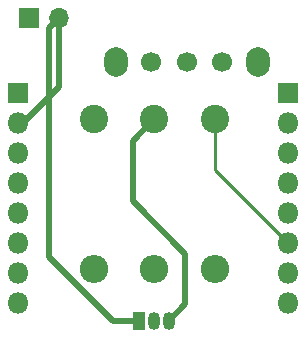
<source format=gbr>
%TF.GenerationSoftware,KiCad,Pcbnew,5.1.5*%
%TF.CreationDate,2020-11-01T11:17:01+00:00*%
%TF.ProjectId,board,626f6172-642e-46b6-9963-61645f706362,rev?*%
%TF.SameCoordinates,Original*%
%TF.FileFunction,Copper,L2,Bot*%
%TF.FilePolarity,Positive*%
%FSLAX46Y46*%
G04 Gerber Fmt 4.6, Leading zero omitted, Abs format (unit mm)*
G04 Created by KiCad (PCBNEW 5.1.5) date 2020-11-01 11:17:01*
%MOMM*%
%LPD*%
G04 APERTURE LIST*
%TA.AperFunction,ComponentPad*%
%ADD10C,1.700000*%
%TD*%
%TA.AperFunction,ComponentPad*%
%ADD11O,2.000000X2.500000*%
%TD*%
%TA.AperFunction,ComponentPad*%
%ADD12C,2.400000*%
%TD*%
%TA.AperFunction,ComponentPad*%
%ADD13O,2.400000X2.400000*%
%TD*%
%TA.AperFunction,ComponentPad*%
%ADD14R,1.800000X1.800000*%
%TD*%
%TA.AperFunction,ComponentPad*%
%ADD15O,1.800000X1.800000*%
%TD*%
%TA.AperFunction,ComponentPad*%
%ADD16O,1.700000X1.700000*%
%TD*%
%TA.AperFunction,ComponentPad*%
%ADD17R,1.700000X1.700000*%
%TD*%
%TA.AperFunction,ComponentPad*%
%ADD18O,1.050000X1.500000*%
%TD*%
%TA.AperFunction,ComponentPad*%
%ADD19R,1.050000X1.500000*%
%TD*%
%TA.AperFunction,Conductor*%
%ADD20C,0.500000*%
%TD*%
%TA.AperFunction,Conductor*%
%ADD21C,0.250000*%
%TD*%
G04 APERTURE END LIST*
D10*
%TO.P,SW1,1*%
%TO.N,+5V*%
X144780000Y-91440000D03*
%TO.P,SW1,2*%
%TO.N,+OUT*%
X141780000Y-91440000D03*
%TO.P,SW1,3*%
%TO.N,Net-(SW1-Pad3)*%
X138780000Y-91440000D03*
D11*
%TO.P,SW1,*%
%TO.N,*%
X147780000Y-91440000D03*
X135780000Y-91440000D03*
%TD*%
D12*
%TO.P,R2,1*%
%TO.N,+5V*%
X139044999Y-96265001D03*
D13*
%TO.P,R2,2*%
%TO.N,A0*%
X139044999Y-108965001D03*
%TD*%
D14*
%TO.P,P2,1*%
%TO.N,/+3.3V*%
X150350000Y-94050000D03*
D15*
%TO.P,P2,2*%
%TO.N,/D8*%
X150350000Y-96590000D03*
%TO.P,P2,3*%
%TO.N,/D7*%
X150350000Y-99130000D03*
%TO.P,P2,4*%
%TO.N,D6*%
X150350000Y-101670000D03*
%TO.P,P2,5*%
%TO.N,/D5*%
X150350000Y-104210000D03*
%TO.P,P2,6*%
%TO.N,D0*%
X150350000Y-106750000D03*
%TO.P,P2,7*%
%TO.N,A0*%
X150350000Y-109290000D03*
%TO.P,P2,8*%
%TO.N,RST*%
X150350000Y-111830000D03*
%TD*%
D16*
%TO.P,J1,2*%
%TO.N,-IN*%
X130980000Y-87730000D03*
D17*
%TO.P,J1,1*%
%TO.N,+OUT*%
X128440000Y-87730000D03*
%TD*%
D18*
%TO.P,U1,2*%
%TO.N,D6*%
X138970000Y-113360000D03*
%TO.P,U1,3*%
%TO.N,+5V*%
X140240000Y-113360000D03*
D19*
%TO.P,U1,1*%
%TO.N,-IN*%
X137700000Y-113360000D03*
%TD*%
D14*
%TO.P,P1,1*%
%TO.N,+5V*%
X127490000Y-94050000D03*
D15*
%TO.P,P1,2*%
%TO.N,-IN*%
X127490000Y-96590000D03*
%TO.P,P1,3*%
%TO.N,/D4*%
X127490000Y-99130000D03*
%TO.P,P1,4*%
%TO.N,/D3*%
X127490000Y-101670000D03*
%TO.P,P1,5*%
%TO.N,/D2*%
X127490000Y-104210000D03*
%TO.P,P1,6*%
%TO.N,/D1*%
X127490000Y-106750000D03*
%TO.P,P1,7*%
%TO.N,/RX*%
X127490000Y-109290000D03*
%TO.P,P1,8*%
%TO.N,/TX*%
X127490000Y-111830000D03*
%TD*%
D12*
%TO.P,R1,1*%
%TO.N,D0*%
X144194999Y-96265001D03*
D13*
%TO.P,R1,2*%
%TO.N,RST*%
X144194999Y-108965001D03*
%TD*%
D12*
%TO.P,R3,1*%
%TO.N,+5V*%
X133894999Y-96265001D03*
D13*
%TO.P,R3,2*%
%TO.N,D6*%
X133894999Y-108965001D03*
%TD*%
D20*
%TO.N,-IN*%
X127920002Y-96590000D02*
X127490000Y-96590000D01*
X130980000Y-93530002D02*
X127920002Y-96590000D01*
X130980000Y-87730000D02*
X130980000Y-93530002D01*
X135551996Y-113360000D02*
X137700000Y-113360000D01*
X130130001Y-107938005D02*
X135551996Y-113360000D01*
X130130001Y-88579999D02*
X130130001Y-107938005D01*
X130980000Y-87730000D02*
X130130001Y-88579999D01*
D21*
%TO.N,+5V*%
X140220000Y-113187095D02*
X140220000Y-113030000D01*
D20*
X137194998Y-103194998D02*
X141660000Y-107660000D01*
X137194998Y-98115002D02*
X137194998Y-103194998D01*
X139044999Y-96265001D02*
X137194998Y-98115002D01*
X141660000Y-111940000D02*
X140240000Y-113360000D01*
X141660000Y-107660000D02*
X141660000Y-111940000D01*
D21*
%TO.N,D0*%
X150350000Y-106023002D02*
X150350000Y-106750000D01*
X144194999Y-100594999D02*
X150350000Y-106750000D01*
X144194999Y-96265001D02*
X144194999Y-100594999D01*
%TD*%
M02*

</source>
